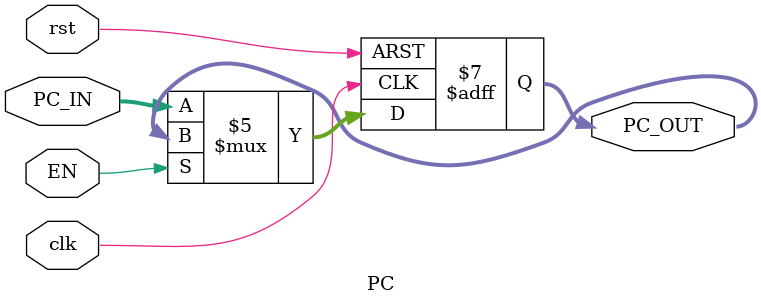
<source format=v>
module PC(

input  [31:0] PC_IN,
input clk,
input rst,
input EN,
output reg [31:0] PC_OUT

);

always @(posedge clk , negedge rst ) begin
    
    if (rst==0)
        PC_OUT<=32'b0;
    else if (!EN)
    PC_OUT<=PC_IN;
    else
            PC_OUT<=PC_OUT;

end

endmodule
</source>
